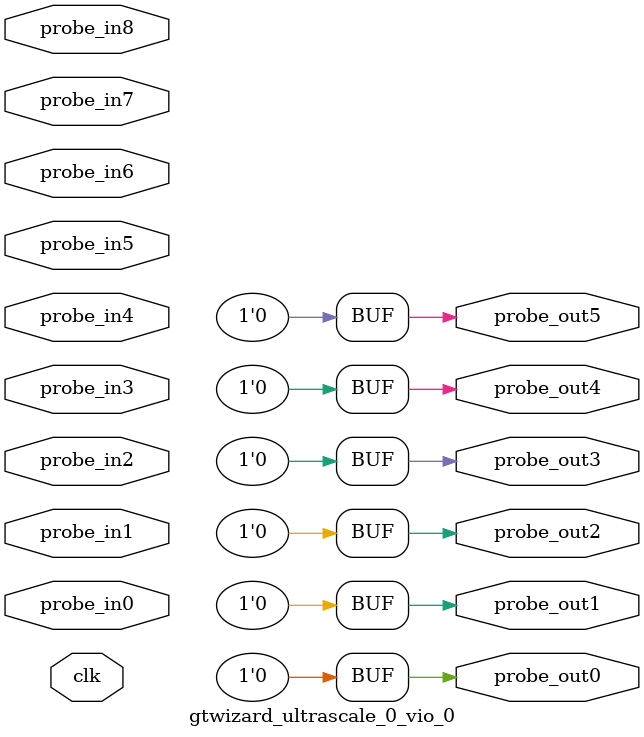
<source format=v>
`timescale 1ns / 1ps
module gtwizard_ultrascale_0_vio_0 (
clk,
probe_in0,probe_in1,probe_in2,probe_in3,probe_in4,probe_in5,probe_in6,probe_in7,probe_in8,
probe_out0,
probe_out1,
probe_out2,
probe_out3,
probe_out4,
probe_out5
);

input clk;
input [0 : 0] probe_in0;
input [0 : 0] probe_in1;
input [0 : 0] probe_in2;
input [3 : 0] probe_in3;
input [0 : 0] probe_in4;
input [0 : 0] probe_in5;
input [0 : 0] probe_in6;
input [0 : 0] probe_in7;
input [0 : 0] probe_in8;

output reg [0 : 0] probe_out0 = 'h0 ;
output reg [0 : 0] probe_out1 = 'h0 ;
output reg [0 : 0] probe_out2 = 'h0 ;
output reg [0 : 0] probe_out3 = 'h0 ;
output reg [0 : 0] probe_out4 = 'h0 ;
output reg [0 : 0] probe_out5 = 'h0 ;


endmodule

</source>
